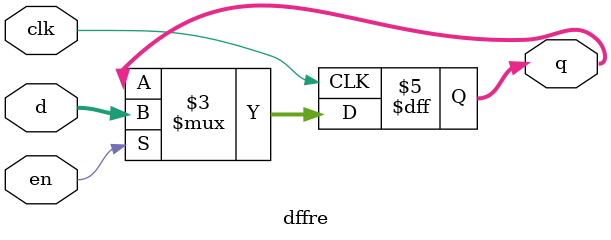
<source format=v>
module dffre(
    clk,
    en,
    d,
    q
);

parameter DATA_W = 8;

input               clk  ;
input               en   ;
input  [DATA_W-1:0] d    ;
output [DATA_W-1:0] q    ;

always@(posedge clk)
begin
    if(en)
        q <= d ;
    else
        q <= q ;
end

endmodule
</source>
